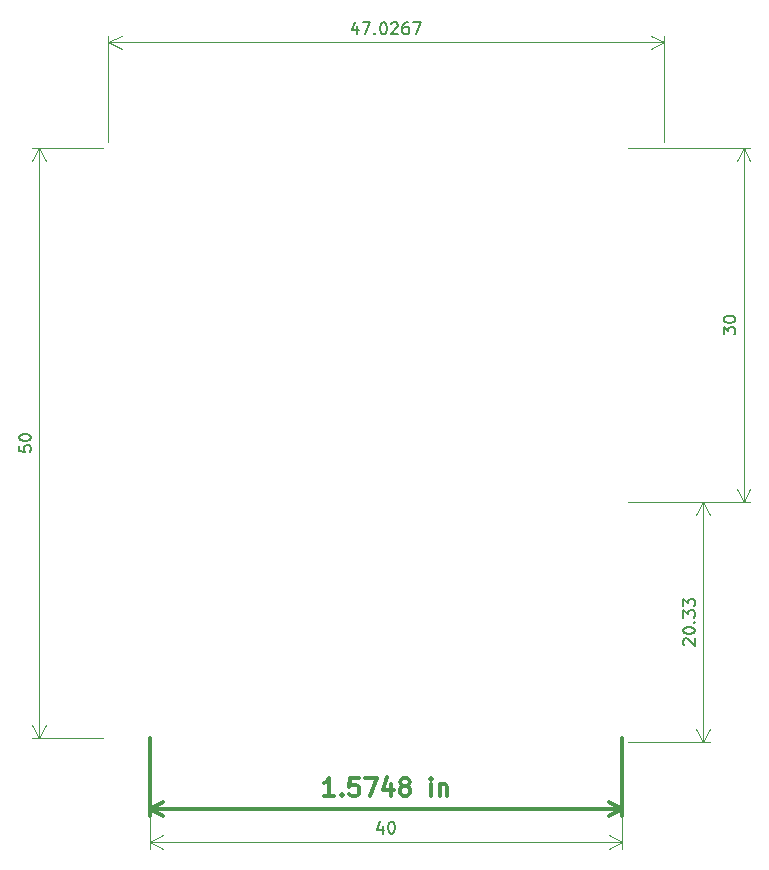
<source format=gbr>
%TF.GenerationSoftware,KiCad,Pcbnew,9.0.5*%
%TF.CreationDate,2025-10-10T12:12:09+02:00*%
%TF.ProjectId,CART-Breakout,43415254-2d42-4726-9561-6b6f75742e6b,rev?*%
%TF.SameCoordinates,Original*%
%TF.FileFunction,Other,User*%
%FSLAX46Y46*%
G04 Gerber Fmt 4.6, Leading zero omitted, Abs format (unit mm)*
G04 Created by KiCad (PCBNEW 9.0.5) date 2025-10-10 12:12:09*
%MOMM*%
%LPD*%
G01*
G04 APERTURE LIST*
%ADD10C,0.150000*%
%ADD11C,0.100000*%
%ADD12C,0.300000*%
G04 APERTURE END LIST*
D10*
X150714285Y-125398152D02*
X150714285Y-126064819D01*
X150476190Y-125017200D02*
X150238095Y-125731485D01*
X150238095Y-125731485D02*
X150857142Y-125731485D01*
X151428571Y-125064819D02*
X151523809Y-125064819D01*
X151523809Y-125064819D02*
X151619047Y-125112438D01*
X151619047Y-125112438D02*
X151666666Y-125160057D01*
X151666666Y-125160057D02*
X151714285Y-125255295D01*
X151714285Y-125255295D02*
X151761904Y-125445771D01*
X151761904Y-125445771D02*
X151761904Y-125683866D01*
X151761904Y-125683866D02*
X151714285Y-125874342D01*
X151714285Y-125874342D02*
X151666666Y-125969580D01*
X151666666Y-125969580D02*
X151619047Y-126017200D01*
X151619047Y-126017200D02*
X151523809Y-126064819D01*
X151523809Y-126064819D02*
X151428571Y-126064819D01*
X151428571Y-126064819D02*
X151333333Y-126017200D01*
X151333333Y-126017200D02*
X151285714Y-125969580D01*
X151285714Y-125969580D02*
X151238095Y-125874342D01*
X151238095Y-125874342D02*
X151190476Y-125683866D01*
X151190476Y-125683866D02*
X151190476Y-125445771D01*
X151190476Y-125445771D02*
X151238095Y-125255295D01*
X151238095Y-125255295D02*
X151285714Y-125160057D01*
X151285714Y-125160057D02*
X151333333Y-125112438D01*
X151333333Y-125112438D02*
X151428571Y-125064819D01*
D11*
X171000000Y-118500000D02*
X171000000Y-127346420D01*
X131000000Y-118500000D02*
X131000000Y-127346420D01*
X171000000Y-126760000D02*
X131000000Y-126760000D01*
X171000000Y-126760000D02*
X169873496Y-127346421D01*
X171000000Y-126760000D02*
X169873496Y-126173579D01*
X131000000Y-126760000D02*
X132126504Y-126173579D01*
X131000000Y-126760000D02*
X132126504Y-127346421D01*
D10*
X119944819Y-93238095D02*
X119944819Y-93714285D01*
X119944819Y-93714285D02*
X120421009Y-93761904D01*
X120421009Y-93761904D02*
X120373390Y-93714285D01*
X120373390Y-93714285D02*
X120325771Y-93619047D01*
X120325771Y-93619047D02*
X120325771Y-93380952D01*
X120325771Y-93380952D02*
X120373390Y-93285714D01*
X120373390Y-93285714D02*
X120421009Y-93238095D01*
X120421009Y-93238095D02*
X120516247Y-93190476D01*
X120516247Y-93190476D02*
X120754342Y-93190476D01*
X120754342Y-93190476D02*
X120849580Y-93238095D01*
X120849580Y-93238095D02*
X120897200Y-93285714D01*
X120897200Y-93285714D02*
X120944819Y-93380952D01*
X120944819Y-93380952D02*
X120944819Y-93619047D01*
X120944819Y-93619047D02*
X120897200Y-93714285D01*
X120897200Y-93714285D02*
X120849580Y-93761904D01*
X119944819Y-92571428D02*
X119944819Y-92476190D01*
X119944819Y-92476190D02*
X119992438Y-92380952D01*
X119992438Y-92380952D02*
X120040057Y-92333333D01*
X120040057Y-92333333D02*
X120135295Y-92285714D01*
X120135295Y-92285714D02*
X120325771Y-92238095D01*
X120325771Y-92238095D02*
X120563866Y-92238095D01*
X120563866Y-92238095D02*
X120754342Y-92285714D01*
X120754342Y-92285714D02*
X120849580Y-92333333D01*
X120849580Y-92333333D02*
X120897200Y-92380952D01*
X120897200Y-92380952D02*
X120944819Y-92476190D01*
X120944819Y-92476190D02*
X120944819Y-92571428D01*
X120944819Y-92571428D02*
X120897200Y-92666666D01*
X120897200Y-92666666D02*
X120849580Y-92714285D01*
X120849580Y-92714285D02*
X120754342Y-92761904D01*
X120754342Y-92761904D02*
X120563866Y-92809523D01*
X120563866Y-92809523D02*
X120325771Y-92809523D01*
X120325771Y-92809523D02*
X120135295Y-92761904D01*
X120135295Y-92761904D02*
X120040057Y-92714285D01*
X120040057Y-92714285D02*
X119992438Y-92666666D01*
X119992438Y-92666666D02*
X119944819Y-92571428D01*
D11*
X127000000Y-68000000D02*
X121053580Y-68000000D01*
X127000000Y-118000000D02*
X121053580Y-118000000D01*
X121640000Y-68000000D02*
X121640000Y-118000000D01*
X121640000Y-68000000D02*
X122226421Y-69126504D01*
X121640000Y-68000000D02*
X121053579Y-69126504D01*
X121640000Y-118000000D02*
X121053579Y-116873496D01*
X121640000Y-118000000D02*
X122226421Y-116873496D01*
D10*
X148584798Y-57723152D02*
X148584798Y-58389819D01*
X148346703Y-57342200D02*
X148108608Y-58056485D01*
X148108608Y-58056485D02*
X148727655Y-58056485D01*
X149013370Y-57389819D02*
X149680036Y-57389819D01*
X149680036Y-57389819D02*
X149251465Y-58389819D01*
X150060989Y-58294580D02*
X150108608Y-58342200D01*
X150108608Y-58342200D02*
X150060989Y-58389819D01*
X150060989Y-58389819D02*
X150013370Y-58342200D01*
X150013370Y-58342200D02*
X150060989Y-58294580D01*
X150060989Y-58294580D02*
X150060989Y-58389819D01*
X150727655Y-57389819D02*
X150822893Y-57389819D01*
X150822893Y-57389819D02*
X150918131Y-57437438D01*
X150918131Y-57437438D02*
X150965750Y-57485057D01*
X150965750Y-57485057D02*
X151013369Y-57580295D01*
X151013369Y-57580295D02*
X151060988Y-57770771D01*
X151060988Y-57770771D02*
X151060988Y-58008866D01*
X151060988Y-58008866D02*
X151013369Y-58199342D01*
X151013369Y-58199342D02*
X150965750Y-58294580D01*
X150965750Y-58294580D02*
X150918131Y-58342200D01*
X150918131Y-58342200D02*
X150822893Y-58389819D01*
X150822893Y-58389819D02*
X150727655Y-58389819D01*
X150727655Y-58389819D02*
X150632417Y-58342200D01*
X150632417Y-58342200D02*
X150584798Y-58294580D01*
X150584798Y-58294580D02*
X150537179Y-58199342D01*
X150537179Y-58199342D02*
X150489560Y-58008866D01*
X150489560Y-58008866D02*
X150489560Y-57770771D01*
X150489560Y-57770771D02*
X150537179Y-57580295D01*
X150537179Y-57580295D02*
X150584798Y-57485057D01*
X150584798Y-57485057D02*
X150632417Y-57437438D01*
X150632417Y-57437438D02*
X150727655Y-57389819D01*
X151441941Y-57485057D02*
X151489560Y-57437438D01*
X151489560Y-57437438D02*
X151584798Y-57389819D01*
X151584798Y-57389819D02*
X151822893Y-57389819D01*
X151822893Y-57389819D02*
X151918131Y-57437438D01*
X151918131Y-57437438D02*
X151965750Y-57485057D01*
X151965750Y-57485057D02*
X152013369Y-57580295D01*
X152013369Y-57580295D02*
X152013369Y-57675533D01*
X152013369Y-57675533D02*
X151965750Y-57818390D01*
X151965750Y-57818390D02*
X151394322Y-58389819D01*
X151394322Y-58389819D02*
X152013369Y-58389819D01*
X152870512Y-57389819D02*
X152680036Y-57389819D01*
X152680036Y-57389819D02*
X152584798Y-57437438D01*
X152584798Y-57437438D02*
X152537179Y-57485057D01*
X152537179Y-57485057D02*
X152441941Y-57627914D01*
X152441941Y-57627914D02*
X152394322Y-57818390D01*
X152394322Y-57818390D02*
X152394322Y-58199342D01*
X152394322Y-58199342D02*
X152441941Y-58294580D01*
X152441941Y-58294580D02*
X152489560Y-58342200D01*
X152489560Y-58342200D02*
X152584798Y-58389819D01*
X152584798Y-58389819D02*
X152775274Y-58389819D01*
X152775274Y-58389819D02*
X152870512Y-58342200D01*
X152870512Y-58342200D02*
X152918131Y-58294580D01*
X152918131Y-58294580D02*
X152965750Y-58199342D01*
X152965750Y-58199342D02*
X152965750Y-57961247D01*
X152965750Y-57961247D02*
X152918131Y-57866009D01*
X152918131Y-57866009D02*
X152870512Y-57818390D01*
X152870512Y-57818390D02*
X152775274Y-57770771D01*
X152775274Y-57770771D02*
X152584798Y-57770771D01*
X152584798Y-57770771D02*
X152489560Y-57818390D01*
X152489560Y-57818390D02*
X152441941Y-57866009D01*
X152441941Y-57866009D02*
X152394322Y-57961247D01*
X153299084Y-57389819D02*
X153965750Y-57389819D01*
X153965750Y-57389819D02*
X153537179Y-58389819D01*
D11*
X174526740Y-67500000D02*
X174526740Y-58498580D01*
X127500000Y-67500000D02*
X127500000Y-58498580D01*
X174526740Y-59085000D02*
X127500000Y-59085000D01*
X174526740Y-59085000D02*
X173400236Y-59671421D01*
X174526740Y-59085000D02*
X173400236Y-58498579D01*
X127500000Y-59085000D02*
X128626504Y-58498579D01*
X127500000Y-59085000D02*
X128626504Y-59671421D01*
D10*
X176250057Y-110117380D02*
X176202438Y-110069761D01*
X176202438Y-110069761D02*
X176154819Y-109974523D01*
X176154819Y-109974523D02*
X176154819Y-109736428D01*
X176154819Y-109736428D02*
X176202438Y-109641190D01*
X176202438Y-109641190D02*
X176250057Y-109593571D01*
X176250057Y-109593571D02*
X176345295Y-109545952D01*
X176345295Y-109545952D02*
X176440533Y-109545952D01*
X176440533Y-109545952D02*
X176583390Y-109593571D01*
X176583390Y-109593571D02*
X177154819Y-110164999D01*
X177154819Y-110164999D02*
X177154819Y-109545952D01*
X176154819Y-108926904D02*
X176154819Y-108831666D01*
X176154819Y-108831666D02*
X176202438Y-108736428D01*
X176202438Y-108736428D02*
X176250057Y-108688809D01*
X176250057Y-108688809D02*
X176345295Y-108641190D01*
X176345295Y-108641190D02*
X176535771Y-108593571D01*
X176535771Y-108593571D02*
X176773866Y-108593571D01*
X176773866Y-108593571D02*
X176964342Y-108641190D01*
X176964342Y-108641190D02*
X177059580Y-108688809D01*
X177059580Y-108688809D02*
X177107200Y-108736428D01*
X177107200Y-108736428D02*
X177154819Y-108831666D01*
X177154819Y-108831666D02*
X177154819Y-108926904D01*
X177154819Y-108926904D02*
X177107200Y-109022142D01*
X177107200Y-109022142D02*
X177059580Y-109069761D01*
X177059580Y-109069761D02*
X176964342Y-109117380D01*
X176964342Y-109117380D02*
X176773866Y-109164999D01*
X176773866Y-109164999D02*
X176535771Y-109164999D01*
X176535771Y-109164999D02*
X176345295Y-109117380D01*
X176345295Y-109117380D02*
X176250057Y-109069761D01*
X176250057Y-109069761D02*
X176202438Y-109022142D01*
X176202438Y-109022142D02*
X176154819Y-108926904D01*
X177059580Y-108164999D02*
X177107200Y-108117380D01*
X177107200Y-108117380D02*
X177154819Y-108164999D01*
X177154819Y-108164999D02*
X177107200Y-108212618D01*
X177107200Y-108212618D02*
X177059580Y-108164999D01*
X177059580Y-108164999D02*
X177154819Y-108164999D01*
X176154819Y-107784047D02*
X176154819Y-107165000D01*
X176154819Y-107165000D02*
X176535771Y-107498333D01*
X176535771Y-107498333D02*
X176535771Y-107355476D01*
X176535771Y-107355476D02*
X176583390Y-107260238D01*
X176583390Y-107260238D02*
X176631009Y-107212619D01*
X176631009Y-107212619D02*
X176726247Y-107165000D01*
X176726247Y-107165000D02*
X176964342Y-107165000D01*
X176964342Y-107165000D02*
X177059580Y-107212619D01*
X177059580Y-107212619D02*
X177107200Y-107260238D01*
X177107200Y-107260238D02*
X177154819Y-107355476D01*
X177154819Y-107355476D02*
X177154819Y-107641190D01*
X177154819Y-107641190D02*
X177107200Y-107736428D01*
X177107200Y-107736428D02*
X177059580Y-107784047D01*
X176154819Y-106831666D02*
X176154819Y-106212619D01*
X176154819Y-106212619D02*
X176535771Y-106545952D01*
X176535771Y-106545952D02*
X176535771Y-106403095D01*
X176535771Y-106403095D02*
X176583390Y-106307857D01*
X176583390Y-106307857D02*
X176631009Y-106260238D01*
X176631009Y-106260238D02*
X176726247Y-106212619D01*
X176726247Y-106212619D02*
X176964342Y-106212619D01*
X176964342Y-106212619D02*
X177059580Y-106260238D01*
X177059580Y-106260238D02*
X177107200Y-106307857D01*
X177107200Y-106307857D02*
X177154819Y-106403095D01*
X177154819Y-106403095D02*
X177154819Y-106688809D01*
X177154819Y-106688809D02*
X177107200Y-106784047D01*
X177107200Y-106784047D02*
X177059580Y-106831666D01*
D11*
X171500000Y-118330000D02*
X178436420Y-118330000D01*
X171500000Y-98000000D02*
X178436420Y-98000000D01*
X177850000Y-118330000D02*
X177850000Y-98000000D01*
X177850000Y-118330000D02*
X177263579Y-117203496D01*
X177850000Y-118330000D02*
X178436421Y-117203496D01*
X177850000Y-98000000D02*
X178436421Y-99126504D01*
X177850000Y-98000000D02*
X177263579Y-99126504D01*
D12*
X146607144Y-122878328D02*
X145750001Y-122878328D01*
X146178572Y-122878328D02*
X146178572Y-121378328D01*
X146178572Y-121378328D02*
X146035715Y-121592614D01*
X146035715Y-121592614D02*
X145892858Y-121735471D01*
X145892858Y-121735471D02*
X145750001Y-121806900D01*
X147250000Y-122735471D02*
X147321429Y-122806900D01*
X147321429Y-122806900D02*
X147250000Y-122878328D01*
X147250000Y-122878328D02*
X147178572Y-122806900D01*
X147178572Y-122806900D02*
X147250000Y-122735471D01*
X147250000Y-122735471D02*
X147250000Y-122878328D01*
X148678572Y-121378328D02*
X147964286Y-121378328D01*
X147964286Y-121378328D02*
X147892858Y-122092614D01*
X147892858Y-122092614D02*
X147964286Y-122021185D01*
X147964286Y-122021185D02*
X148107144Y-121949757D01*
X148107144Y-121949757D02*
X148464286Y-121949757D01*
X148464286Y-121949757D02*
X148607144Y-122021185D01*
X148607144Y-122021185D02*
X148678572Y-122092614D01*
X148678572Y-122092614D02*
X148750001Y-122235471D01*
X148750001Y-122235471D02*
X148750001Y-122592614D01*
X148750001Y-122592614D02*
X148678572Y-122735471D01*
X148678572Y-122735471D02*
X148607144Y-122806900D01*
X148607144Y-122806900D02*
X148464286Y-122878328D01*
X148464286Y-122878328D02*
X148107144Y-122878328D01*
X148107144Y-122878328D02*
X147964286Y-122806900D01*
X147964286Y-122806900D02*
X147892858Y-122735471D01*
X149250000Y-121378328D02*
X150250000Y-121378328D01*
X150250000Y-121378328D02*
X149607143Y-122878328D01*
X151464286Y-121878328D02*
X151464286Y-122878328D01*
X151107143Y-121306900D02*
X150750000Y-122378328D01*
X150750000Y-122378328D02*
X151678571Y-122378328D01*
X152464285Y-122021185D02*
X152321428Y-121949757D01*
X152321428Y-121949757D02*
X152249999Y-121878328D01*
X152249999Y-121878328D02*
X152178571Y-121735471D01*
X152178571Y-121735471D02*
X152178571Y-121664042D01*
X152178571Y-121664042D02*
X152249999Y-121521185D01*
X152249999Y-121521185D02*
X152321428Y-121449757D01*
X152321428Y-121449757D02*
X152464285Y-121378328D01*
X152464285Y-121378328D02*
X152749999Y-121378328D01*
X152749999Y-121378328D02*
X152892857Y-121449757D01*
X152892857Y-121449757D02*
X152964285Y-121521185D01*
X152964285Y-121521185D02*
X153035714Y-121664042D01*
X153035714Y-121664042D02*
X153035714Y-121735471D01*
X153035714Y-121735471D02*
X152964285Y-121878328D01*
X152964285Y-121878328D02*
X152892857Y-121949757D01*
X152892857Y-121949757D02*
X152749999Y-122021185D01*
X152749999Y-122021185D02*
X152464285Y-122021185D01*
X152464285Y-122021185D02*
X152321428Y-122092614D01*
X152321428Y-122092614D02*
X152249999Y-122164042D01*
X152249999Y-122164042D02*
X152178571Y-122306900D01*
X152178571Y-122306900D02*
X152178571Y-122592614D01*
X152178571Y-122592614D02*
X152249999Y-122735471D01*
X152249999Y-122735471D02*
X152321428Y-122806900D01*
X152321428Y-122806900D02*
X152464285Y-122878328D01*
X152464285Y-122878328D02*
X152749999Y-122878328D01*
X152749999Y-122878328D02*
X152892857Y-122806900D01*
X152892857Y-122806900D02*
X152964285Y-122735471D01*
X152964285Y-122735471D02*
X153035714Y-122592614D01*
X153035714Y-122592614D02*
X153035714Y-122306900D01*
X153035714Y-122306900D02*
X152964285Y-122164042D01*
X152964285Y-122164042D02*
X152892857Y-122092614D01*
X152892857Y-122092614D02*
X152749999Y-122021185D01*
X154821427Y-122878328D02*
X154821427Y-121878328D01*
X154821427Y-121378328D02*
X154749999Y-121449757D01*
X154749999Y-121449757D02*
X154821427Y-121521185D01*
X154821427Y-121521185D02*
X154892856Y-121449757D01*
X154892856Y-121449757D02*
X154821427Y-121378328D01*
X154821427Y-121378328D02*
X154821427Y-121521185D01*
X155535713Y-121878328D02*
X155535713Y-122878328D01*
X155535713Y-122021185D02*
X155607142Y-121949757D01*
X155607142Y-121949757D02*
X155749999Y-121878328D01*
X155749999Y-121878328D02*
X155964285Y-121878328D01*
X155964285Y-121878328D02*
X156107142Y-121949757D01*
X156107142Y-121949757D02*
X156178571Y-122092614D01*
X156178571Y-122092614D02*
X156178571Y-122878328D01*
X171000000Y-118000000D02*
X171000000Y-124586420D01*
X131000000Y-118000000D02*
X131000000Y-124586420D01*
X171000000Y-124000000D02*
X131000000Y-124000000D01*
X171000000Y-124000000D02*
X169873496Y-124586421D01*
X171000000Y-124000000D02*
X169873496Y-123413579D01*
X131000000Y-124000000D02*
X132126504Y-123413579D01*
X131000000Y-124000000D02*
X132126504Y-124586421D01*
D10*
X179574819Y-83809523D02*
X179574819Y-83190476D01*
X179574819Y-83190476D02*
X179955771Y-83523809D01*
X179955771Y-83523809D02*
X179955771Y-83380952D01*
X179955771Y-83380952D02*
X180003390Y-83285714D01*
X180003390Y-83285714D02*
X180051009Y-83238095D01*
X180051009Y-83238095D02*
X180146247Y-83190476D01*
X180146247Y-83190476D02*
X180384342Y-83190476D01*
X180384342Y-83190476D02*
X180479580Y-83238095D01*
X180479580Y-83238095D02*
X180527200Y-83285714D01*
X180527200Y-83285714D02*
X180574819Y-83380952D01*
X180574819Y-83380952D02*
X180574819Y-83666666D01*
X180574819Y-83666666D02*
X180527200Y-83761904D01*
X180527200Y-83761904D02*
X180479580Y-83809523D01*
X179574819Y-82571428D02*
X179574819Y-82476190D01*
X179574819Y-82476190D02*
X179622438Y-82380952D01*
X179622438Y-82380952D02*
X179670057Y-82333333D01*
X179670057Y-82333333D02*
X179765295Y-82285714D01*
X179765295Y-82285714D02*
X179955771Y-82238095D01*
X179955771Y-82238095D02*
X180193866Y-82238095D01*
X180193866Y-82238095D02*
X180384342Y-82285714D01*
X180384342Y-82285714D02*
X180479580Y-82333333D01*
X180479580Y-82333333D02*
X180527200Y-82380952D01*
X180527200Y-82380952D02*
X180574819Y-82476190D01*
X180574819Y-82476190D02*
X180574819Y-82571428D01*
X180574819Y-82571428D02*
X180527200Y-82666666D01*
X180527200Y-82666666D02*
X180479580Y-82714285D01*
X180479580Y-82714285D02*
X180384342Y-82761904D01*
X180384342Y-82761904D02*
X180193866Y-82809523D01*
X180193866Y-82809523D02*
X179955771Y-82809523D01*
X179955771Y-82809523D02*
X179765295Y-82761904D01*
X179765295Y-82761904D02*
X179670057Y-82714285D01*
X179670057Y-82714285D02*
X179622438Y-82666666D01*
X179622438Y-82666666D02*
X179574819Y-82571428D01*
D11*
X171500000Y-98000000D02*
X181856420Y-98000000D01*
X171500000Y-68000000D02*
X181856420Y-68000000D01*
X181270000Y-98000000D02*
X181270000Y-68000000D01*
X181270000Y-98000000D02*
X180683579Y-96873496D01*
X181270000Y-98000000D02*
X181856421Y-96873496D01*
X181270000Y-68000000D02*
X181856421Y-69126504D01*
X181270000Y-68000000D02*
X180683579Y-69126504D01*
M02*

</source>
